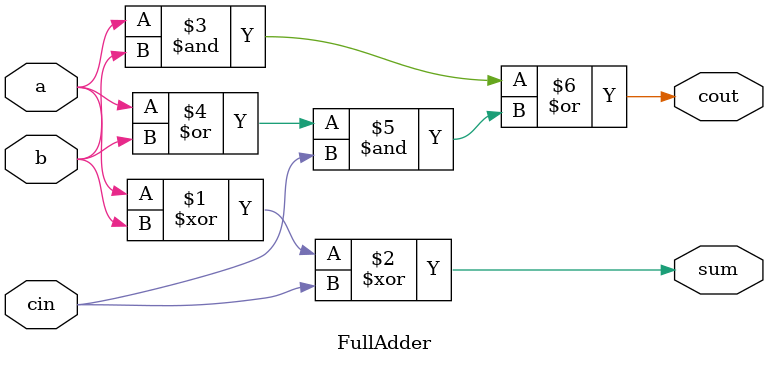
<source format=v>
module 	FullAdder(a, b, cin, sum, cout);

input 	a, b, cin;
output 	sum, cout;

assign	sum = a ^ b ^ cin;
assign 	cout = (a & b) | ((a | b) & cin);

endmodule
</source>
